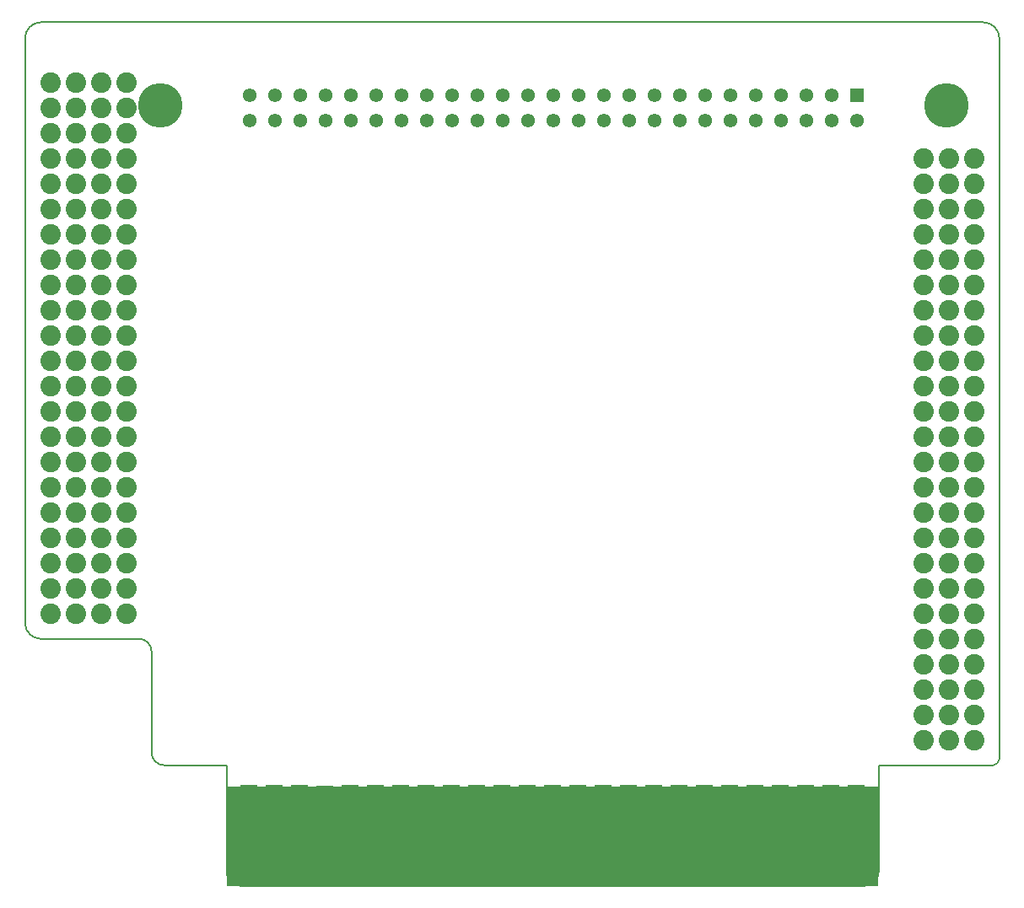
<source format=gbr>
G04 DesignSpark PCB PRO Gerber Version 10.0 Build 5299*
G04 #@! TF.Part,Single*
G04 #@! TF.FileFunction,Soldermask,Top*
G04 #@! TF.FilePolarity,Negative*
%FSLAX35Y35*%
%MOIN*%
G04 #@! TA.AperFunction,SMDPad,CuDef*
%ADD13R,0.06893X0.29728*%
%ADD12R,0.06893X0.35633*%
G04 #@! TA.AperFunction,ComponentPad*
%ADD124R,0.05450X0.05450*%
G04 #@! TD.AperFunction*
%ADD23C,0.00500*%
G04 #@! TA.AperFunction,ComponentPad*
%ADD125C,0.05450*%
G04 #@! TA.AperFunction,WasherPad*
%ADD10C,0.08074*%
%ADD123R,2.57639X0.39371*%
G04 #@! TA.AperFunction,ComponentPad*
%ADD126C,0.17600*%
G04 #@! TD.AperFunction*
X0Y0D02*
D02*
D10*
X67485Y117207D03*
Y127207D03*
Y137207D03*
Y147207D03*
Y157207D03*
Y167207D03*
Y177207D03*
Y187207D03*
Y197207D03*
Y207207D03*
Y217207D03*
Y227207D03*
Y237207D03*
Y247207D03*
Y257207D03*
Y267207D03*
Y277207D03*
Y287207D03*
Y297207D03*
Y307207D03*
Y317207D03*
Y327207D03*
X77485Y117207D03*
Y127207D03*
Y137207D03*
Y147207D03*
Y157207D03*
Y167207D03*
Y177207D03*
Y187207D03*
Y197207D03*
Y207207D03*
Y217207D03*
Y227207D03*
Y237207D03*
Y247207D03*
Y257207D03*
Y267207D03*
Y277207D03*
Y287207D03*
Y297207D03*
Y307207D03*
Y317207D03*
Y327207D03*
X87485Y117207D03*
Y127207D03*
Y137207D03*
Y147207D03*
Y157207D03*
Y167207D03*
Y177207D03*
Y187207D03*
Y197207D03*
Y207207D03*
Y217207D03*
Y227207D03*
Y237207D03*
Y247207D03*
Y257207D03*
Y267207D03*
Y277207D03*
Y287207D03*
Y297207D03*
Y307207D03*
Y317207D03*
Y327207D03*
X97485Y117207D03*
Y127207D03*
Y137207D03*
Y147207D03*
Y157207D03*
Y167207D03*
Y177207D03*
Y187207D03*
Y197207D03*
Y207207D03*
Y217207D03*
Y227207D03*
Y237207D03*
Y247207D03*
Y257207D03*
Y267207D03*
Y277207D03*
Y287207D03*
Y297207D03*
Y307207D03*
Y317207D03*
Y327207D03*
X412485Y67207D03*
Y77207D03*
Y87207D03*
Y97207D03*
Y107207D03*
Y117207D03*
Y127207D03*
Y137207D03*
Y147207D03*
Y157207D03*
Y167207D03*
Y177207D03*
Y187207D03*
Y197207D03*
Y207207D03*
Y217207D03*
Y227207D03*
Y237207D03*
Y247207D03*
Y257207D03*
Y267207D03*
Y277207D03*
Y287207D03*
Y297207D03*
X422485Y67207D03*
Y77207D03*
Y87207D03*
Y97207D03*
Y107207D03*
Y117207D03*
Y127207D03*
Y137207D03*
Y147207D03*
Y157207D03*
Y167207D03*
Y177207D03*
Y187207D03*
Y197207D03*
Y207207D03*
Y217207D03*
Y227207D03*
Y237207D03*
Y247207D03*
Y257207D03*
Y267207D03*
Y277207D03*
Y287207D03*
Y297207D03*
X432485Y67207D03*
Y77207D03*
Y87207D03*
Y97207D03*
Y107207D03*
Y117207D03*
Y127207D03*
Y137207D03*
Y147207D03*
Y157207D03*
Y167207D03*
Y177207D03*
Y187207D03*
Y197207D03*
Y207207D03*
Y217207D03*
Y227207D03*
Y237207D03*
Y247207D03*
Y257207D03*
Y267207D03*
Y277207D03*
Y287207D03*
Y297207D03*
D02*
D12*
X145989Y31616D03*
D03*
X155989D03*
D03*
X165989D03*
D03*
X185989D03*
D03*
X195989D03*
D03*
X205989D03*
D03*
X215989D03*
D03*
X225989D03*
D03*
X235989D03*
D03*
X245989D03*
D03*
X255989D03*
D03*
X265989D03*
D03*
X275989D03*
D03*
X285989D03*
D03*
X295989D03*
D03*
X305989D03*
D03*
X315989D03*
D03*
X325989D03*
D03*
X335989D03*
D03*
X345989D03*
D03*
X355989D03*
D03*
X365989D03*
D03*
X375989D03*
D03*
X385989D03*
D03*
D02*
D13*
X175989Y34569D03*
D03*
D02*
D23*
X142450Y9569D02*
G75*
G02*
X137170Y14849I0J5280D01*
G01*
Y57207D01*
X112485D01*
G75*
G02*
X107485Y62207I0J5000D01*
G01*
Y102207D01*
G75*
G03*
X102485Y107207I-5000J0D01*
G01*
X63735D01*
G75*
G02*
X57485Y113457I0J6250D01*
G01*
Y344707D01*
G75*
G02*
X63735Y350957I6250J0D01*
G01*
X436235D01*
G75*
G02*
X442485Y344707I0J-6250D01*
G01*
Y59707D01*
G75*
G02*
X439985Y57207I-2500J0D01*
G01*
X394807D01*
Y15066D01*
G75*
G02*
X389310Y9569I-5497J0D01*
G01*
X142450D01*
D02*
D123*
X266005Y29254D03*
D02*
D124*
X386235Y322207D03*
D02*
D125*
X146235Y312207D03*
Y322207D03*
X156235Y312207D03*
Y322207D03*
X166235Y312207D03*
Y322207D03*
X176235Y312207D03*
Y322207D03*
X186235Y312207D03*
Y322207D03*
X196235Y312207D03*
Y322207D03*
X206235Y312207D03*
Y322207D03*
X216235Y312207D03*
Y322207D03*
X226235Y312207D03*
Y322207D03*
X236235Y312207D03*
Y322207D03*
X246235Y312207D03*
Y322207D03*
X256235Y312207D03*
Y322207D03*
X266235Y312207D03*
Y322207D03*
X276235Y312207D03*
Y322207D03*
X286235Y312207D03*
Y322207D03*
X296235Y312207D03*
Y322207D03*
X306235Y312207D03*
Y322207D03*
X316235Y312207D03*
Y322207D03*
X326235Y312207D03*
Y322207D03*
X336235Y312207D03*
Y322207D03*
X346235Y312207D03*
Y322207D03*
X356235Y312207D03*
Y322207D03*
X366235Y312207D03*
Y322207D03*
X376235Y312207D03*
Y322207D03*
X386235Y312207D03*
D02*
D126*
X111035Y318207D03*
X421435D03*
X0Y0D02*
M02*

</source>
